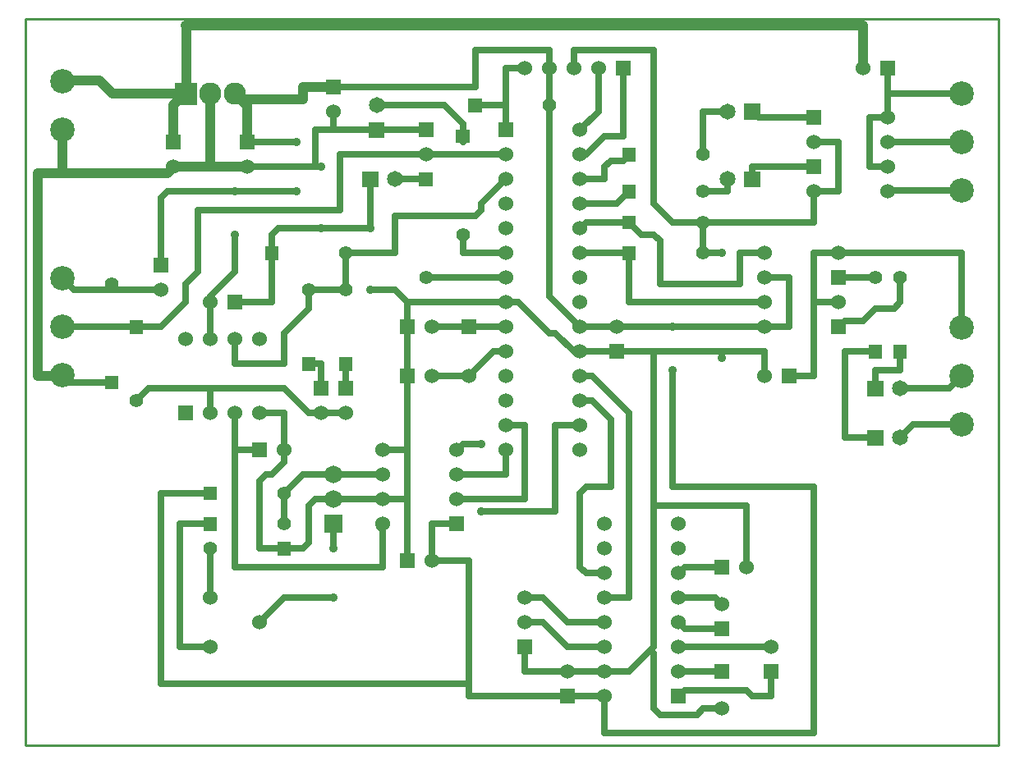
<source format=gbr>
G04 start of page 3 for group 5 idx 5 *
G04 Title: (unknown), bottom *
G04 Creator: pcb 20140316 *
G04 CreationDate: Ne 28. leden 2018, 18:47:39 GMT UTC *
G04 For: mario *
G04 Format: Gerber/RS-274X *
G04 PCB-Dimensions (mil): 3976.38 2992.13 *
G04 PCB-Coordinate-Origin: lower left *
%MOIN*%
%FSLAX25Y25*%
%LNBOTTOM*%
%ADD46C,0.0420*%
%ADD45C,0.0350*%
%ADD44C,0.0300*%
%ADD43C,0.0430*%
%ADD42C,0.0280*%
%ADD41C,0.0380*%
%ADD40C,0.0484*%
%ADD39C,0.0200*%
%ADD38C,0.0360*%
%ADD37C,0.0720*%
%ADD36C,0.0900*%
%ADD35C,0.0550*%
%ADD34C,0.0650*%
%ADD33C,0.0600*%
%ADD32C,0.0001*%
%ADD31C,0.0994*%
%ADD30C,0.0400*%
%ADD29C,0.0250*%
%ADD28C,0.0100*%
G54D28*X395000Y4213D02*X375000D01*
X395000D02*Y24213D01*
Y4213D02*X0D01*
Y299213D01*
X395000D01*
Y4213D01*
G54D29*X130000Y189213D02*Y204213D01*
X150000D01*
X140000Y189213D02*X150000D01*
X155000Y184213D01*
X150000Y204213D02*Y219213D01*
X127500Y244213D02*Y221713D01*
X140000Y254213D02*X117500D01*
X110000Y249213D02*X90000D01*
Y239213D02*X120000D01*
X140000Y234213D02*Y214213D01*
X102500D01*
X115000Y189213D02*X130000D01*
X55000D02*X19685D01*
X70000Y196713D02*X65000Y191713D01*
Y184213D01*
X55000Y174213D01*
X15000D01*
X35000Y151713D02*X17500D01*
X19685Y189213D02*X15000Y193898D01*
G54D30*Y254213D02*Y236713D01*
X5000D02*Y154213D01*
X14685D01*
X15000Y154528D01*
G54D29*X17500Y151713D02*X15000Y154213D01*
X57500Y229213D02*X55000Y226713D01*
Y199213D02*Y226713D01*
X45000Y144213D02*X50000Y149213D01*
X70000Y209213D02*Y221713D01*
Y196713D02*Y211713D01*
G54D30*X65000Y268898D02*X35315D01*
X60000Y249213D02*Y264213D01*
X64685Y268898D01*
X57500Y236713D02*X5000D01*
X35315Y268898D02*X30000Y274213D01*
X15315D01*
X15000Y273898D01*
X57500Y236713D02*X60000Y239213D01*
X90000D01*
Y249213D02*Y263898D01*
X75000Y268898D02*Y239213D01*
G54D29*X110000Y229213D02*X57500D01*
X127500Y221713D02*X70000D01*
G54D30*X87185Y266713D02*X112500D01*
X125000Y271713D02*X112500D01*
Y266713D01*
X90000Y263898D02*X85000Y268898D01*
X65315D02*Y296398D01*
X65000Y296713D01*
G54D29*X117500Y239213D02*Y254213D01*
X102500Y214213D02*X100000Y211713D01*
Y204213D01*
X85000Y196713D02*Y211713D01*
Y169213D02*Y159213D01*
Y184213D02*X100000D01*
Y201713D01*
X75000Y186713D02*X85000Y196713D01*
X75000Y169213D02*Y184213D01*
X105000Y159213D02*Y171713D01*
X115000Y181713D01*
Y189213D01*
X145000Y124213D02*X155000D01*
Y79213D02*Y104213D01*
X165000Y94213D02*X175000D01*
X180000Y79213D02*X165000D01*
Y94213D02*Y79213D01*
X195000Y124213D02*Y114213D01*
X202500Y134213D02*X195000D01*
X225000Y106713D02*X227500Y109213D01*
X155000Y104213D02*X125000D01*
X227500Y109213D02*X237500D01*
Y136713D01*
X155000Y184213D02*Y104213D01*
X195000Y174213D02*X165000D01*
X195000Y164213D02*X190000D01*
X180000Y154213D01*
X165000D01*
X225000Y174213D02*X240000D01*
X195000Y184213D02*X200000D01*
X212500Y171713D01*
X215000D01*
X192500Y184213D02*X155000D01*
X212500Y186713D02*X225000Y174213D01*
Y164213D02*X300000D01*
Y154213D01*
X225000D02*X230000D01*
Y144213D02*X225000D01*
X230000Y154213D02*X245000Y139213D01*
X237500Y136713D02*X230000Y144213D01*
X150000Y219213D02*X182500D01*
X162500Y234213D02*X150000D01*
X185000Y221713D02*Y224213D01*
X195000Y234213D01*
X177500Y254213D02*Y249213D01*
X182500Y219213D02*X185000Y221713D01*
X177500Y204213D02*Y209213D01*
X195000Y194213D02*X162500D01*
X177500Y204213D02*X195000D01*
X300000Y194213D02*X310000D01*
X330000D02*X345000D01*
X342500Y239213D02*Y259213D01*
X282500Y204213D02*X275000D01*
G54D30*X65000Y296713D02*X340000D01*
Y279213D01*
G54D29*X222500D02*Y286713D01*
X255000D01*
X195000Y254213D02*Y279213D01*
X202500D01*
X182500Y264213D02*X195000D01*
X182500Y271713D02*Y286713D01*
X212500D01*
Y279213D01*
X195000Y244213D02*X127500D01*
X142500Y254213D02*X162500D01*
X170000Y264213D02*X177500Y256713D01*
Y251713D01*
X125000Y261713D02*Y254213D01*
Y271713D02*X182500D01*
X142500Y264213D02*X170000D01*
X242500Y259213D02*Y279213D01*
X232500D02*Y261713D01*
X245000Y204213D02*Y184213D01*
X255000Y286713D02*Y224213D01*
Y211713D02*X250000D01*
X245000Y216713D01*
X232500Y261713D02*X225000Y254213D01*
Y224213D02*X240000D01*
X245000Y229213D01*
X237500Y241713D02*X242500D01*
X245000Y244213D01*
X215000Y171713D02*X222500Y164213D01*
X212500Y281713D02*Y186713D01*
X245000Y184213D02*X290000D01*
Y204213D02*Y191713D01*
X257500D01*
Y209213D01*
X245000Y204213D02*X225000D01*
X275000D02*Y216713D01*
X255000Y224213D02*X262500Y216713D01*
X257500Y209213D02*X255000Y211713D01*
X225000Y244213D02*X227500D01*
X235000Y251713D01*
X295000Y239213D02*X320000D01*
X350000Y249213D02*X380000D01*
Y229528D02*X350315D01*
X350000Y229213D01*
Y239213D02*X342500D01*
X320000Y259213D02*X297500D01*
X350000Y279213D02*Y259213D01*
X342500D02*X350000D01*
X380000Y268898D02*X350315D01*
X350000Y269213D01*
X297500Y259213D02*X295000Y261713D01*
X320000Y249213D02*X330000D01*
Y229213D01*
X320000D01*
X235000Y251713D02*X242500D01*
Y261713D01*
X225000Y234213D02*X235000D01*
Y239213D01*
X237500Y241713D01*
X275000Y244213D02*Y261713D01*
X285000D01*
Y234213D02*Y229213D01*
X275000D01*
X295000Y234213D02*Y239213D01*
X320000Y216713D02*Y229213D01*
X262500Y216713D02*X320000D01*
X245000D02*X227500D01*
X225000Y214213D01*
X290000Y184213D02*X300000D01*
Y204213D02*X290000D01*
X310000Y194213D02*Y174213D01*
X320000Y184213D02*X330000D01*
X320000Y204213D02*Y154213D01*
X310000D01*
Y174213D02*X242500D01*
X355000Y194213D02*Y184213D01*
X352500Y181713D01*
X345000D01*
X340000Y176713D01*
X332500D01*
X320000Y204213D02*X380000D01*
X332500Y176713D02*X330000Y174213D01*
X345000Y164213D02*X332500D01*
X345000Y149213D02*Y156713D01*
X355000D01*
Y164213D01*
X380000Y173898D02*Y204213D01*
X332500Y164213D02*Y129213D01*
X345000D01*
X355000Y149213D02*X375000D01*
X380000Y134528D02*X360315D01*
X355000Y129213D01*
X375000Y149213D02*X380000Y154213D01*
X267500Y51713D02*X265000Y54213D01*
X255000Y164213D02*Y44213D01*
X262500Y109213D02*Y156713D01*
X267500Y76713D02*X265000Y74213D01*
X195000Y114213D02*X175000D01*
X185000Y126713D02*X177500D01*
X175000Y124213D01*
X180000Y24213D02*Y79213D01*
X175000Y104213D02*X202500D01*
X185000Y99213D02*X215000D01*
X302500Y24213D02*Y34213D01*
Y24213D02*X295000D01*
X292500Y26713D01*
X282500Y34213D02*X265000D01*
X302500Y44213D02*X265000D01*
X282500Y51713D02*X267500D01*
X255000Y44213D02*X245000Y34213D01*
X255000Y41713D02*X253750Y42963D01*
X292500Y26713D02*X267500D01*
X265000Y24213D01*
Y64213D02*X280000D01*
X282500Y61713D01*
X292500Y76713D02*Y101713D01*
X255000D01*
X320000Y9213D02*Y109213D01*
X262500D01*
X255000Y19213D02*Y41713D01*
X282500Y76713D02*X267500D01*
X282500Y19213D02*X275000D01*
X272500Y16713D01*
X257500D01*
X255000Y19213D01*
X320000Y9213D02*X235000D01*
X202500Y104213D02*Y134213D01*
X215000Y99213D02*Y134213D01*
X225000D01*
Y76713D02*Y106713D01*
X235000Y24213D02*X180000D01*
X235000D02*Y9213D01*
Y54213D02*X220000D01*
X210000Y64213D01*
X202500D01*
X235000Y44213D02*X220000D01*
X210000Y54213D01*
X202500D01*
Y44213D02*Y34213D01*
X245000D02*X202500D01*
X235000Y64213D02*X245000D01*
X235000Y74213D02*X227500D01*
X225000Y76713D01*
X245000Y64213D02*Y139213D01*
X95000Y124213D02*X85000D01*
Y139213D02*Y76713D01*
X95000Y139213D02*X105000D01*
X75000Y149213D02*Y139213D01*
X50000Y149213D02*X105000D01*
X115000Y159213D02*X120000D01*
Y149213D01*
X130000Y159213D02*Y149213D01*
Y139213D02*X115000D01*
X105000Y149213D01*
X85000Y159213D02*X105000D01*
Y139213D02*Y119213D01*
X112500Y114213D02*X105000Y106713D01*
Y119213D02*X100000Y114213D01*
X145000D02*X112500D01*
X100000D02*X97500D01*
X95000Y111713D01*
X122500Y104213D02*X117500D01*
X115000Y101713D01*
X105000Y106713D02*Y94213D01*
X95000Y111713D02*Y84213D01*
X115000Y101713D02*Y86713D01*
X95000Y84213D02*X112500D01*
X115000Y86713D02*X112500Y84213D01*
X85000Y76713D02*X145000D01*
Y91713D01*
X143750Y92963D01*
X75000Y84213D02*Y64213D01*
X62500Y94213D02*Y44213D01*
X75000D01*
X55000Y29213D02*Y106713D01*
X75000D01*
Y94213D02*X62500D01*
X180000Y29213D02*X55000D01*
X125000Y94213D02*Y84213D01*
Y64213D02*X105000D01*
X95000Y54213D01*
G54D31*X380000Y268898D03*
Y249213D03*
G54D32*G36*
X347000Y282213D02*Y276213D01*
X353000D01*
Y282213D01*
X347000D01*
G37*
G54D33*X350000Y249213D03*
Y259213D03*
Y229213D03*
Y239213D03*
X340000Y279213D03*
G54D32*G36*
X317000Y262213D02*Y256213D01*
X323000D01*
Y262213D01*
X317000D01*
G37*
G54D33*X320000Y249213D03*
G54D32*G36*
X317000Y242213D02*Y236213D01*
X323000D01*
Y242213D01*
X317000D01*
G37*
G54D33*X320000Y229213D03*
G54D31*X380000Y229528D03*
Y173898D03*
Y154213D03*
Y134528D03*
G54D32*G36*
X341750Y152463D02*Y145963D01*
X348250D01*
Y152463D01*
X341750D01*
G37*
G54D34*X355000Y149213D03*
G54D31*X15000Y154528D03*
Y174213D03*
Y193898D03*
G54D32*G36*
X72250Y109463D02*Y103963D01*
X77750D01*
Y109463D01*
X72250D01*
G37*
G54D33*X75000Y64213D03*
Y44213D03*
G54D32*G36*
X72250Y96963D02*Y91463D01*
X77750D01*
Y96963D01*
X72250D01*
G37*
G54D35*X75000Y84213D03*
G54D31*X15000Y254213D03*
Y273898D03*
G54D32*G36*
X57000Y252213D02*Y246213D01*
X63000D01*
Y252213D01*
X57000D01*
G37*
G54D33*X60000Y239213D03*
G54D32*G36*
X87000Y252213D02*Y246213D01*
X93000D01*
Y252213D01*
X87000D01*
G37*
G54D33*X90000Y239213D03*
G54D32*G36*
X60500Y273398D02*Y264398D01*
X69500D01*
Y273398D01*
X60500D01*
G37*
G54D36*X75000Y268898D03*
X85000D03*
G54D33*Y139213D03*
G54D35*X45000Y144213D03*
G54D32*G36*
X32250Y154463D02*Y148963D01*
X37750D01*
Y154463D01*
X32250D01*
G37*
G54D33*X85000Y169213D03*
G54D32*G36*
X82000Y187213D02*Y181213D01*
X88000D01*
Y187213D01*
X82000D01*
G37*
G54D33*X75000Y184213D03*
G54D32*G36*
X62000Y142213D02*Y136213D01*
X68000D01*
Y142213D01*
X62000D01*
G37*
G54D33*X75000Y139213D03*
Y169213D03*
X65000D03*
G54D32*G36*
X42250Y176963D02*Y171463D01*
X47750D01*
Y176963D01*
X42250D01*
G37*
G36*
X52000Y202213D02*Y196213D01*
X58000D01*
Y202213D01*
X52000D01*
G37*
G54D33*X55000Y189213D03*
G54D35*X35000Y191713D03*
G54D33*X95000Y139213D03*
X130000D03*
X120000D03*
X95000Y169213D03*
G54D32*G36*
X112250Y161963D02*Y156463D01*
X117750D01*
Y161963D01*
X112250D01*
G37*
G36*
X127250D02*Y156463D01*
X132750D01*
Y161963D01*
X127250D01*
G37*
G36*
X127000Y152213D02*Y146213D01*
X133000D01*
Y152213D01*
X127000D01*
G37*
G36*
X117000D02*Y146213D01*
X123000D01*
Y152213D01*
X117000D01*
G37*
G36*
X97250Y206963D02*Y201463D01*
X102750D01*
Y206963D01*
X97250D01*
G37*
G54D35*X130000Y204213D03*
X115000Y189213D03*
X130000D03*
G54D32*G36*
X92000Y127213D02*Y121213D01*
X98000D01*
Y127213D01*
X92000D01*
G37*
G54D33*X95000Y54213D03*
X105000Y124213D03*
G54D35*Y106713D03*
G54D32*G36*
X121400Y97813D02*Y90613D01*
X128600D01*
Y97813D01*
X121400D01*
G37*
G54D37*X125000Y104213D03*
Y114213D03*
G54D35*X105000Y94213D03*
G54D32*G36*
X102250Y86963D02*Y81463D01*
X107750D01*
Y86963D01*
X102250D01*
G37*
G36*
X152000Y82213D02*Y76213D01*
X158000D01*
Y82213D01*
X152000D01*
G37*
G54D33*X145000Y114213D03*
Y104213D03*
Y94213D03*
X165000Y79213D03*
Y154213D03*
G54D32*G36*
X172000Y97213D02*Y91213D01*
X178000D01*
Y97213D01*
X172000D01*
G37*
G54D33*X175000Y104213D03*
Y114213D03*
Y124213D03*
X145000D03*
G54D32*G36*
X152000Y157213D02*Y151213D01*
X158000D01*
Y157213D01*
X152000D01*
G37*
G36*
Y177213D02*Y171213D01*
X158000D01*
Y177213D01*
X152000D01*
G37*
G54D33*X165000Y174213D03*
G54D35*X162500Y194213D03*
G54D32*G36*
X177000Y177213D02*Y171213D01*
X183000D01*
Y177213D01*
X177000D01*
G37*
G54D33*X180000Y154213D03*
G54D32*G36*
X262000Y27213D02*Y21213D01*
X268000D01*
Y27213D01*
X262000D01*
G37*
G54D33*X265000Y34213D03*
Y44213D03*
X220000Y34213D03*
G54D32*G36*
X299500Y37213D02*Y31213D01*
X305500D01*
Y37213D01*
X299500D01*
G37*
G54D33*X302500Y44213D03*
G54D32*G36*
X279500Y37213D02*Y31213D01*
X285500D01*
Y37213D01*
X279500D01*
G37*
G54D33*X265000Y54213D03*
G54D32*G36*
X279500Y54713D02*Y48713D01*
X285500D01*
Y54713D01*
X279500D01*
G37*
G54D33*X282500Y61713D03*
Y19213D03*
X265000Y64213D03*
X235000D03*
X265000Y74213D03*
X235000D03*
X265000Y84213D03*
X235000D03*
X265000Y94213D03*
X235000D03*
G54D32*G36*
X279500Y79713D02*Y73713D01*
X285500D01*
Y79713D01*
X279500D01*
G37*
G54D33*X292500Y76713D03*
X235000Y54213D03*
Y44213D03*
Y34213D03*
Y24213D03*
G54D32*G36*
X199500Y47213D02*Y41213D01*
X205500D01*
Y47213D01*
X199500D01*
G37*
G54D33*X202500Y54213D03*
Y64213D03*
G54D32*G36*
X217000Y27213D02*Y21213D01*
X223000D01*
Y27213D01*
X217000D01*
G37*
G36*
X242250Y206963D02*Y201463D01*
X247750D01*
Y206963D01*
X242250D01*
G37*
G54D35*X275000Y204213D03*
Y216713D03*
Y229213D03*
G54D32*G36*
X242250Y219463D02*Y213963D01*
X247750D01*
Y219463D01*
X242250D01*
G37*
G36*
Y231963D02*Y226463D01*
X247750D01*
Y231963D01*
X242250D01*
G37*
G54D35*X275000Y244213D03*
G54D32*G36*
X291750Y237463D02*Y230963D01*
X298250D01*
Y237463D01*
X291750D01*
G37*
G54D34*X285000Y234213D03*
G54D32*G36*
X291750Y264963D02*Y258463D01*
X298250D01*
Y264963D01*
X291750D01*
G37*
G54D34*X285000Y261713D03*
G54D32*G36*
X307000Y157213D02*Y151213D01*
X313000D01*
Y157213D01*
X307000D01*
G37*
G54D33*X300000Y154213D03*
Y184213D03*
Y174213D03*
Y204213D03*
Y194213D03*
G54D32*G36*
X327000Y177213D02*Y171213D01*
X333000D01*
Y177213D01*
X327000D01*
G37*
G54D33*X330000Y184213D03*
G54D32*G36*
X327000Y197213D02*Y191213D01*
X333000D01*
Y197213D01*
X327000D01*
G37*
G54D33*X330000Y204213D03*
G54D32*G36*
X352250Y166963D02*Y161463D01*
X357750D01*
Y166963D01*
X352250D01*
G37*
G54D35*X355000Y194213D03*
G54D32*G36*
X342250Y166963D02*Y161463D01*
X347750D01*
Y166963D01*
X342250D01*
G37*
G54D35*X345000Y194213D03*
G54D32*G36*
X341750Y132463D02*Y125963D01*
X348250D01*
Y132463D01*
X341750D01*
G37*
G54D34*X355000Y129213D03*
G54D32*G36*
X122000Y274713D02*Y268713D01*
X128000D01*
Y274713D01*
X122000D01*
G37*
G54D33*X125000Y261713D03*
G54D32*G36*
X139250Y257463D02*Y250963D01*
X145750D01*
Y257463D01*
X139250D01*
G37*
G54D34*X142500Y264213D03*
G54D33*X195000Y234213D03*
Y224213D03*
Y214213D03*
Y204213D03*
Y194213D03*
Y184213D03*
X225000Y194213D03*
Y204213D03*
Y214213D03*
Y224213D03*
G54D35*X177500Y211713D03*
G54D33*X195000Y174213D03*
Y164213D03*
Y154213D03*
Y144213D03*
Y134213D03*
Y124213D03*
X225000D03*
Y134213D03*
Y144213D03*
Y154213D03*
Y164213D03*
Y174213D03*
Y184213D03*
G54D32*G36*
X237000Y167213D02*Y161213D01*
X243000D01*
Y167213D01*
X237000D01*
G37*
G54D33*X240000Y174213D03*
X225000Y234213D03*
Y244213D03*
Y254213D03*
X212500Y279213D03*
X202500D03*
G54D35*X212500Y264213D03*
G54D32*G36*
X239500Y282213D02*Y276213D01*
X245500D01*
Y282213D01*
X239500D01*
G37*
G54D33*X232500Y279213D03*
X222500D03*
G54D32*G36*
X242250Y246963D02*Y241463D01*
X247750D01*
Y246963D01*
X242250D01*
G37*
G36*
X136750Y237463D02*Y230963D01*
X143250D01*
Y237463D01*
X136750D01*
G37*
G54D34*X150000Y234213D03*
G54D32*G36*
X179750Y266963D02*Y261463D01*
X185250D01*
Y266963D01*
X179750D01*
G37*
G36*
X159750Y236963D02*Y231463D01*
X165250D01*
Y236963D01*
X159750D01*
G37*
G36*
X192000Y257213D02*Y251213D01*
X198000D01*
Y257213D01*
X192000D01*
G37*
G54D33*X195000Y244213D03*
G54D32*G36*
X174750Y254463D02*Y248963D01*
X180250D01*
Y254463D01*
X174750D01*
G37*
G36*
X159500Y257213D02*Y251213D01*
X165500D01*
Y257213D01*
X159500D01*
G37*
G54D33*X162500Y244213D03*
G54D38*X110000Y249213D03*
Y229213D03*
X85000Y211713D03*
Y229213D03*
X185000Y126713D03*
Y99213D03*
X282500Y204213D03*
Y161713D03*
X262500Y174213D03*
Y156713D03*
X120000Y239213D03*
Y214213D03*
X125000Y84213D03*
Y64213D03*
X140000Y214213D03*
Y189213D03*
G54D39*G54D40*G54D41*G54D42*G54D41*G54D42*G54D40*G54D43*G54D40*G54D44*G54D45*G54D44*G54D40*G54D44*G54D33*G54D42*G54D44*G54D42*G54D44*G54D42*G54D44*G54D41*G54D44*G54D42*G54D41*G54D42*G54D44*G54D41*G54D44*G54D45*G54D44*G54D46*G54D44*G54D42*G54D44*G54D42*G54D44*G54D42*G54D44*G54D42*G54D44*G54D42*G54D44*G54D42*G54D41*G54D44*G54D43*G54D41*G54D42*G54D44*G54D43*G54D41*G54D43*G54D42*G54D44*G54D42*G54D44*G54D42*G54D41*G54D44*G54D41*G54D44*G54D43*G54D44*G54D42*G54D44*M02*

</source>
